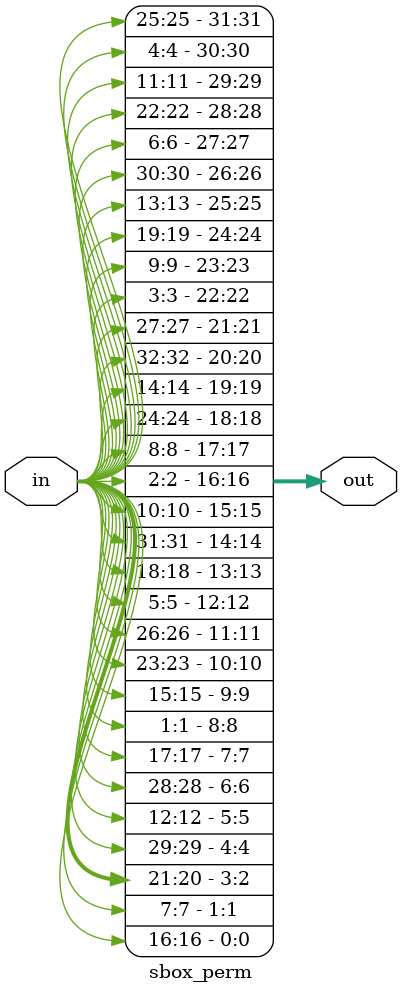
<source format=v>
`timescale 1ns / 1ps
module sbox_perm(
     in,
     out
    );

    input [32:1] in;
    output reg [32:1] out;
	 
	 
	 always @ (in)
	 begin 
	                    
							  out[1]<=in[16];
							  out[2]<=in[7];
							  out[3]<=in[20];
							  out[4]<=in[21];
							  out[5]<=in[29];
							  out[6]<=in[12];
							  out[7]<=in[28];
							  out[8]<=in[17];
							  out[9]<=in[1];
							  out[10]<=in[15];
							  
							  out[11]<=in[23];
							  out[12]<=in[26];
							  out[13]<=in[5];
							  out[14]<=in[18];
							  out[15]<=in[31];
							  out[16]<=in[10];
							  out[17]<=in[2];
							  out[18]<=in[8];
							  out[19]<=in[24];
							  out[20]<=in[14];
							  
							  out[21]<=in[32];
							  out[22]<=in[27];
							  out[23]<=in[3];
							  out[24]<=in[9];
							  out[25]<=in[19];
							  out[26]<=in[13];
							  out[27]<=in[30];
							  out[28]<=in[6];
							  out[29]<=in[22];
							  out[30]<=in[11];
							  
							  out[31]<=in[4];
							  out[32]<=in[25];
	 
	 
	 
	 end
	 
	 
	 
endmodule

</source>
